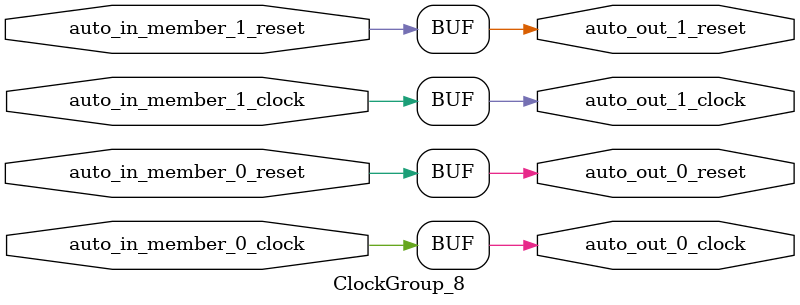
<source format=sv>
`ifndef RANDOMIZE
  `ifdef RANDOMIZE_REG_INIT
    `define RANDOMIZE
  `endif // RANDOMIZE_REG_INIT
`endif // not def RANDOMIZE
`ifndef RANDOMIZE
  `ifdef RANDOMIZE_MEM_INIT
    `define RANDOMIZE
  `endif // RANDOMIZE_MEM_INIT
`endif // not def RANDOMIZE

`ifndef RANDOM
  `define RANDOM $random
`endif // not def RANDOM

// Users can define 'PRINTF_COND' to add an extra gate to prints.
`ifndef PRINTF_COND_
  `ifdef PRINTF_COND
    `define PRINTF_COND_ (`PRINTF_COND)
  `else  // PRINTF_COND
    `define PRINTF_COND_ 1
  `endif // PRINTF_COND
`endif // not def PRINTF_COND_

// Users can define 'ASSERT_VERBOSE_COND' to add an extra gate to assert error printing.
`ifndef ASSERT_VERBOSE_COND_
  `ifdef ASSERT_VERBOSE_COND
    `define ASSERT_VERBOSE_COND_ (`ASSERT_VERBOSE_COND)
  `else  // ASSERT_VERBOSE_COND
    `define ASSERT_VERBOSE_COND_ 1
  `endif // ASSERT_VERBOSE_COND
`endif // not def ASSERT_VERBOSE_COND_

// Users can define 'STOP_COND' to add an extra gate to stop conditions.
`ifndef STOP_COND_
  `ifdef STOP_COND
    `define STOP_COND_ (`STOP_COND)
  `else  // STOP_COND
    `define STOP_COND_ 1
  `endif // STOP_COND
`endif // not def STOP_COND_

// Users can define INIT_RANDOM as general code that gets injected into the
// initializer block for modules with registers.
`ifndef INIT_RANDOM
  `define INIT_RANDOM
`endif // not def INIT_RANDOM

// If using random initialization, you can also define RANDOMIZE_DELAY to
// customize the delay used, otherwise 0.002 is used.
`ifndef RANDOMIZE_DELAY
  `define RANDOMIZE_DELAY 0.002
`endif // not def RANDOMIZE_DELAY

// Define INIT_RANDOM_PROLOG_ for use in our modules below.
`ifndef INIT_RANDOM_PROLOG_
  `ifdef RANDOMIZE
    `ifdef VERILATOR
      `define INIT_RANDOM_PROLOG_ `INIT_RANDOM
    `else  // VERILATOR
      `define INIT_RANDOM_PROLOG_ `INIT_RANDOM #`RANDOMIZE_DELAY begin end
    `endif // VERILATOR
  `else  // RANDOMIZE
    `define INIT_RANDOM_PROLOG_
  `endif // RANDOMIZE
`endif // not def INIT_RANDOM_PROLOG_

module ClockGroup_8(
  input  auto_in_member_1_clock,
         auto_in_member_1_reset,
         auto_in_member_0_clock,
         auto_in_member_0_reset,
  output auto_out_1_clock,
         auto_out_1_reset,
         auto_out_0_clock,
         auto_out_0_reset
);

  assign auto_out_1_clock = auto_in_member_1_clock;
  assign auto_out_1_reset = auto_in_member_1_reset;
  assign auto_out_0_clock = auto_in_member_0_clock;
  assign auto_out_0_reset = auto_in_member_0_reset;
endmodule


</source>
